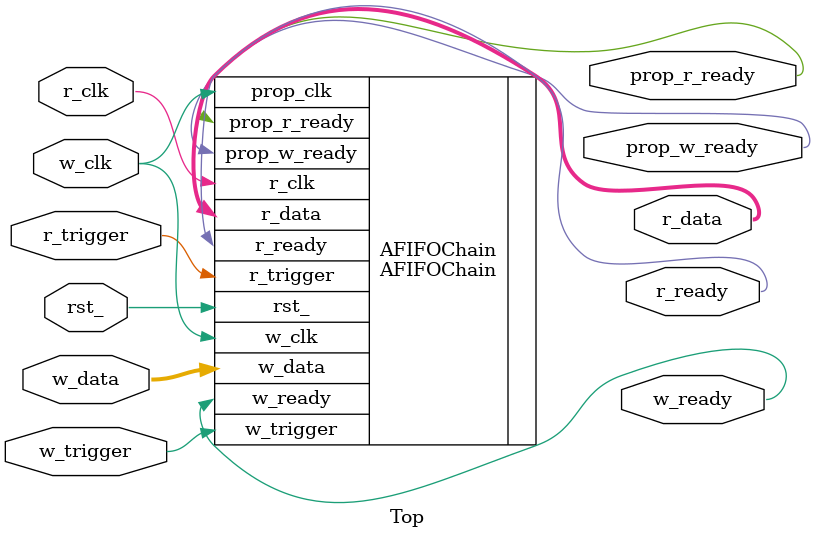
<source format=v>
`include "Util.v"
`include "ClockGen.v"
`include "Sync.v"
`include "AFIFOChain.v"
`include "ToggleAck.v"
`include "TogglePulse.v"
`timescale 1ns/1ps

`define Width 8
`define Count 8

module Top #(
    parameter W = `Width,
    parameter N = `Count
)(
    input wire rst_,
    
    output wire prop_w_ready, // Whether half of the FIFO can be written
    output wire prop_r_ready, // Whether half of the FIFO can be read
    
    input wire w_clk,
    input wire w_trigger,
    input wire[W-1:0] w_data,
    output wire w_ready,
    
    input wire r_clk,
    input wire r_trigger,
    output wire[W-1:0] r_data,
    output wire r_ready
);
    AFIFOChain #(
        .W(W),
        .N(N)
    ) AFIFOChain(
        .rst_(rst_),
        
        .prop_clk(w_clk),
        .prop_w_ready(prop_w_ready),
        .prop_r_ready(prop_r_ready),
        
        .w_clk(w_clk),
        .w_trigger(w_trigger),
        .w_data(w_data),
        .w_ready(w_ready),
        
        .r_clk(r_clk),
        .r_trigger(r_trigger),
        .r_data(r_data),
        .r_ready(r_ready)
    );
endmodule

`ifdef SIM
module Testbench();
    localparam W = `Width;
    localparam N = `Count;
    
    reg rst_ = 1;
    wire prop_w_ready;
    wire prop_r_ready;
    reg w_clk = 0;
    reg w_trigger = 1;
    reg[W-1:0] w_data = 0;
    wire w_ready;
    reg r_clk = 0;
    reg r_trigger = 0;
    wire[W-1:0] r_data;
    wire r_ready;
    
    Top #(
        .W(W),
        .N(N)
    ) Top(
        .rst_(rst_),
        
        .prop_w_ready(prop_w_ready),
        .prop_r_ready(prop_r_ready),
        
        .w_clk(w_clk),
        .w_trigger(w_trigger),
        .w_data(w_data),
        .w_ready(w_ready),
        
        .r_clk(r_clk),
        .r_trigger(r_trigger),
        .r_data(r_data),
        .r_ready(r_ready)
    );
    
    initial begin
        $dumpfile("Top.vcd");
        $dumpvars(0, Testbench);
    end
    
    // w_clk > r_clk
    initial forever #10 w_clk = !w_clk;
    initial forever #15 r_clk = !r_clk;
    assign clk = w_clk; // AFIFOChain requires `clk` to be the faster of w_clk and r_clk
    
    // // w_clk < r_clk
    // initial forever #10 w_clk = !w_clk;
    // initial forever #5 r_clk = !r_clk;
    // assign clk = r_clk; // AFIFOChain requires `clk` to be the faster of w_clk and r_clk
    
    initial begin
        forever begin
            wait(!w_clk);
            wait(w_clk);
            if (w_trigger && w_ready) begin
                #2;
                if (w_data == 'd1023) begin
                    w_trigger = 0;
                end
                $display("Wrote %0d", w_data);
                w_data = w_data+1;
            end
        end
    end
    
    initial begin
        forever begin
            wait(!r_clk);
            wait(r_clk);
            
            if (prop_r_ready) begin
                #1;
                r_trigger = 1;
                
                forever begin
                    wait(!r_clk);

                    if (!r_ready) begin
                        $display("NO DATA TO READ");
                        $finish;
                    end
                    
                    $display("Read: %0d", r_data);
                    wait(r_clk);
                end
            end
        end
    end
    
endmodule
`endif

</source>
